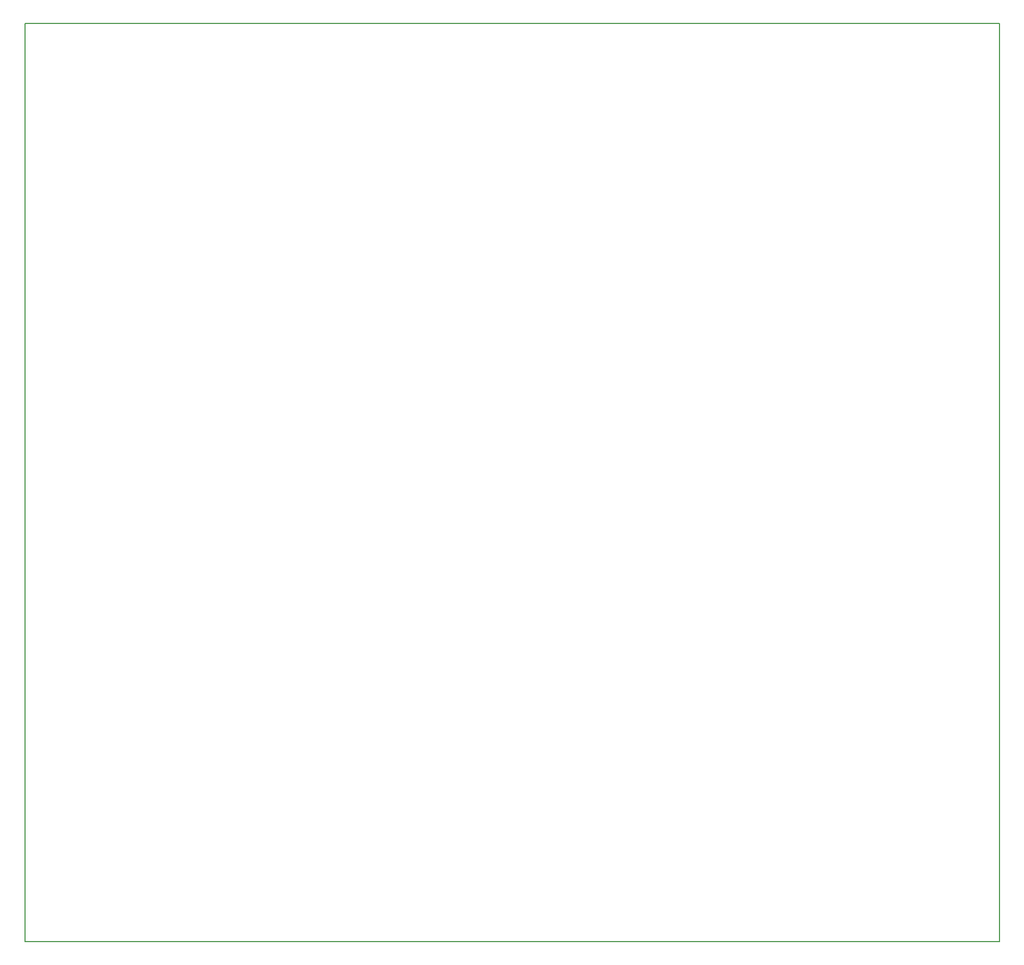
<source format=gbr>
G04 #@! TF.FileFunction,Profile,NP*
%FSLAX46Y46*%
G04 Gerber Fmt 4.6, Leading zero omitted, Abs format (unit mm)*
G04 Created by KiCad (PCBNEW 4.0.7) date 01/04/18 11:22:08*
%MOMM*%
%LPD*%
G01*
G04 APERTURE LIST*
%ADD10C,0.100000*%
%ADD11C,0.150000*%
G04 APERTURE END LIST*
D10*
D11*
X154940000Y146050000D02*
X154940000Y0D01*
X0Y146050000D02*
X0Y0D01*
X0Y0D02*
X154940000Y0D01*
X0Y146050000D02*
X154940000Y146050000D01*
M02*

</source>
